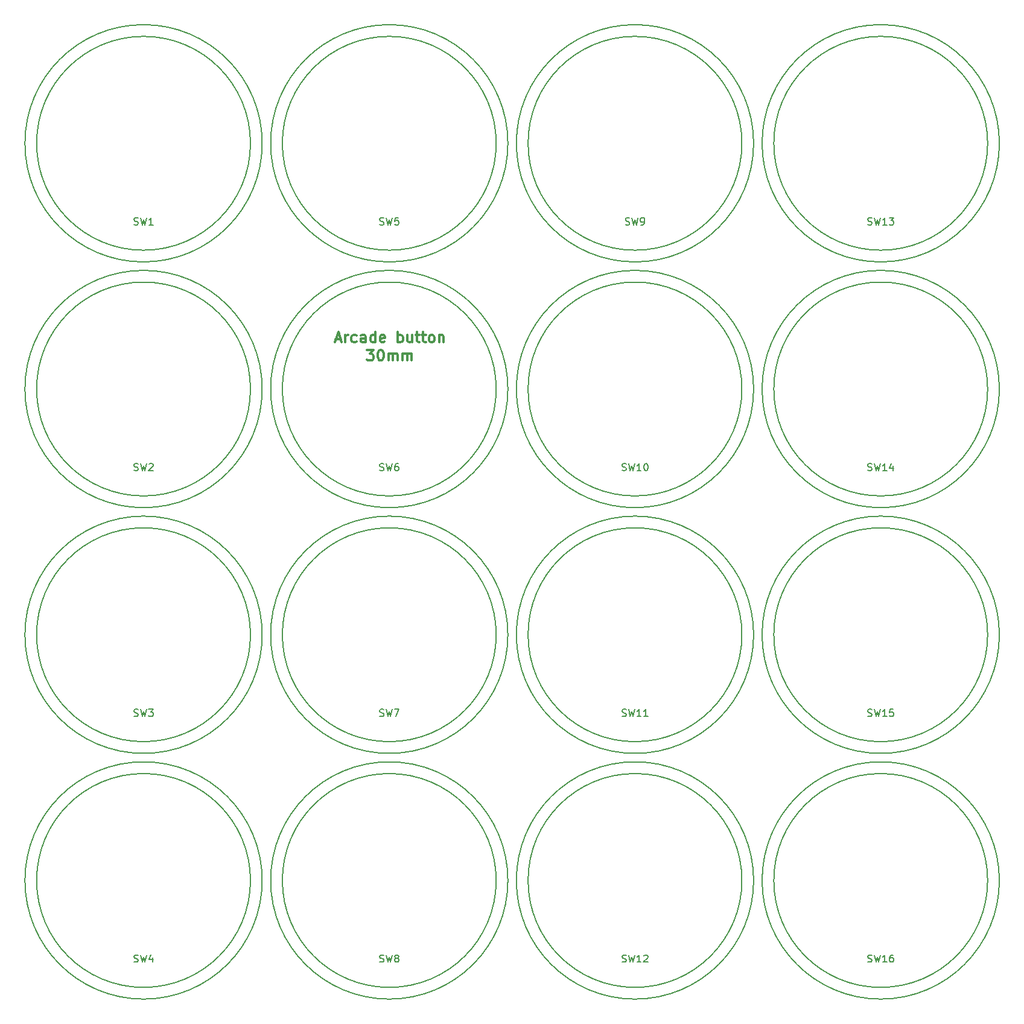
<source format=gbr>
G04 #@! TF.FileFunction,Legend,Top*
%FSLAX46Y46*%
G04 Gerber Fmt 4.6, Leading zero omitted, Abs format (unit mm)*
G04 Created by KiCad (PCBNEW 4.0.6) date Sunday, June 10, 2018 'PMt' 08:16:35 PM*
%MOMM*%
%LPD*%
G01*
G04 APERTURE LIST*
%ADD10C,0.100000*%
%ADD11C,0.300000*%
%ADD12C,0.150000*%
G04 APERTURE END LIST*
D10*
D11*
X130392857Y-61975000D02*
X131107143Y-61975000D01*
X130250000Y-62403571D02*
X130750000Y-60903571D01*
X131250000Y-62403571D01*
X131750000Y-62403571D02*
X131750000Y-61403571D01*
X131750000Y-61689286D02*
X131821428Y-61546429D01*
X131892857Y-61475000D01*
X132035714Y-61403571D01*
X132178571Y-61403571D01*
X133321428Y-62332143D02*
X133178571Y-62403571D01*
X132892857Y-62403571D01*
X132749999Y-62332143D01*
X132678571Y-62260714D01*
X132607142Y-62117857D01*
X132607142Y-61689286D01*
X132678571Y-61546429D01*
X132749999Y-61475000D01*
X132892857Y-61403571D01*
X133178571Y-61403571D01*
X133321428Y-61475000D01*
X134607142Y-62403571D02*
X134607142Y-61617857D01*
X134535713Y-61475000D01*
X134392856Y-61403571D01*
X134107142Y-61403571D01*
X133964285Y-61475000D01*
X134607142Y-62332143D02*
X134464285Y-62403571D01*
X134107142Y-62403571D01*
X133964285Y-62332143D01*
X133892856Y-62189286D01*
X133892856Y-62046429D01*
X133964285Y-61903571D01*
X134107142Y-61832143D01*
X134464285Y-61832143D01*
X134607142Y-61760714D01*
X135964285Y-62403571D02*
X135964285Y-60903571D01*
X135964285Y-62332143D02*
X135821428Y-62403571D01*
X135535714Y-62403571D01*
X135392856Y-62332143D01*
X135321428Y-62260714D01*
X135249999Y-62117857D01*
X135249999Y-61689286D01*
X135321428Y-61546429D01*
X135392856Y-61475000D01*
X135535714Y-61403571D01*
X135821428Y-61403571D01*
X135964285Y-61475000D01*
X137249999Y-62332143D02*
X137107142Y-62403571D01*
X136821428Y-62403571D01*
X136678571Y-62332143D01*
X136607142Y-62189286D01*
X136607142Y-61617857D01*
X136678571Y-61475000D01*
X136821428Y-61403571D01*
X137107142Y-61403571D01*
X137249999Y-61475000D01*
X137321428Y-61617857D01*
X137321428Y-61760714D01*
X136607142Y-61903571D01*
X139107142Y-62403571D02*
X139107142Y-60903571D01*
X139107142Y-61475000D02*
X139249999Y-61403571D01*
X139535713Y-61403571D01*
X139678570Y-61475000D01*
X139749999Y-61546429D01*
X139821428Y-61689286D01*
X139821428Y-62117857D01*
X139749999Y-62260714D01*
X139678570Y-62332143D01*
X139535713Y-62403571D01*
X139249999Y-62403571D01*
X139107142Y-62332143D01*
X141107142Y-61403571D02*
X141107142Y-62403571D01*
X140464285Y-61403571D02*
X140464285Y-62189286D01*
X140535713Y-62332143D01*
X140678571Y-62403571D01*
X140892856Y-62403571D01*
X141035713Y-62332143D01*
X141107142Y-62260714D01*
X141607142Y-61403571D02*
X142178571Y-61403571D01*
X141821428Y-60903571D02*
X141821428Y-62189286D01*
X141892856Y-62332143D01*
X142035714Y-62403571D01*
X142178571Y-62403571D01*
X142464285Y-61403571D02*
X143035714Y-61403571D01*
X142678571Y-60903571D02*
X142678571Y-62189286D01*
X142749999Y-62332143D01*
X142892857Y-62403571D01*
X143035714Y-62403571D01*
X143750000Y-62403571D02*
X143607142Y-62332143D01*
X143535714Y-62260714D01*
X143464285Y-62117857D01*
X143464285Y-61689286D01*
X143535714Y-61546429D01*
X143607142Y-61475000D01*
X143750000Y-61403571D01*
X143964285Y-61403571D01*
X144107142Y-61475000D01*
X144178571Y-61546429D01*
X144250000Y-61689286D01*
X144250000Y-62117857D01*
X144178571Y-62260714D01*
X144107142Y-62332143D01*
X143964285Y-62403571D01*
X143750000Y-62403571D01*
X144892857Y-61403571D02*
X144892857Y-62403571D01*
X144892857Y-61546429D02*
X144964285Y-61475000D01*
X145107143Y-61403571D01*
X145321428Y-61403571D01*
X145464285Y-61475000D01*
X145535714Y-61617857D01*
X145535714Y-62403571D01*
X134785715Y-63453571D02*
X135714286Y-63453571D01*
X135214286Y-64025000D01*
X135428572Y-64025000D01*
X135571429Y-64096429D01*
X135642858Y-64167857D01*
X135714286Y-64310714D01*
X135714286Y-64667857D01*
X135642858Y-64810714D01*
X135571429Y-64882143D01*
X135428572Y-64953571D01*
X135000000Y-64953571D01*
X134857143Y-64882143D01*
X134785715Y-64810714D01*
X136642857Y-63453571D02*
X136785714Y-63453571D01*
X136928571Y-63525000D01*
X137000000Y-63596429D01*
X137071429Y-63739286D01*
X137142857Y-64025000D01*
X137142857Y-64382143D01*
X137071429Y-64667857D01*
X137000000Y-64810714D01*
X136928571Y-64882143D01*
X136785714Y-64953571D01*
X136642857Y-64953571D01*
X136500000Y-64882143D01*
X136428571Y-64810714D01*
X136357143Y-64667857D01*
X136285714Y-64382143D01*
X136285714Y-64025000D01*
X136357143Y-63739286D01*
X136428571Y-63596429D01*
X136500000Y-63525000D01*
X136642857Y-63453571D01*
X137785714Y-64953571D02*
X137785714Y-63953571D01*
X137785714Y-64096429D02*
X137857142Y-64025000D01*
X138000000Y-63953571D01*
X138214285Y-63953571D01*
X138357142Y-64025000D01*
X138428571Y-64167857D01*
X138428571Y-64953571D01*
X138428571Y-64167857D02*
X138500000Y-64025000D01*
X138642857Y-63953571D01*
X138857142Y-63953571D01*
X139000000Y-64025000D01*
X139071428Y-64167857D01*
X139071428Y-64953571D01*
X139785714Y-64953571D02*
X139785714Y-63953571D01*
X139785714Y-64096429D02*
X139857142Y-64025000D01*
X140000000Y-63953571D01*
X140214285Y-63953571D01*
X140357142Y-64025000D01*
X140428571Y-64167857D01*
X140428571Y-64953571D01*
X140428571Y-64167857D02*
X140500000Y-64025000D01*
X140642857Y-63953571D01*
X140857142Y-63953571D01*
X141000000Y-64025000D01*
X141071428Y-64167857D01*
X141071428Y-64953571D01*
D12*
X154555317Y-68956000D02*
G75*
G03X154555317Y-68956000I-16643317J0D01*
G01*
X152912000Y-68956000D02*
G75*
G03X152912000Y-68956000I-15000000J0D01*
G01*
X189033317Y-34478000D02*
G75*
G03X189033317Y-34478000I-16643317J0D01*
G01*
X187390000Y-34478000D02*
G75*
G03X187390000Y-34478000I-15000000J0D01*
G01*
X120077317Y-34478000D02*
G75*
G03X120077317Y-34478000I-16643317J0D01*
G01*
X118434000Y-34478000D02*
G75*
G03X118434000Y-34478000I-15000000J0D01*
G01*
X120077317Y-68956000D02*
G75*
G03X120077317Y-68956000I-16643317J0D01*
G01*
X118434000Y-68956000D02*
G75*
G03X118434000Y-68956000I-15000000J0D01*
G01*
X120077317Y-103434000D02*
G75*
G03X120077317Y-103434000I-16643317J0D01*
G01*
X118434000Y-103434000D02*
G75*
G03X118434000Y-103434000I-15000000J0D01*
G01*
X120077317Y-137912000D02*
G75*
G03X120077317Y-137912000I-16643317J0D01*
G01*
X118434000Y-137912000D02*
G75*
G03X118434000Y-137912000I-15000000J0D01*
G01*
X154555317Y-34478000D02*
G75*
G03X154555317Y-34478000I-16643317J0D01*
G01*
X152912000Y-34478000D02*
G75*
G03X152912000Y-34478000I-15000000J0D01*
G01*
X154555317Y-103434000D02*
G75*
G03X154555317Y-103434000I-16643317J0D01*
G01*
X152912000Y-103434000D02*
G75*
G03X152912000Y-103434000I-15000000J0D01*
G01*
X154555317Y-137912000D02*
G75*
G03X154555317Y-137912000I-16643317J0D01*
G01*
X152912000Y-137912000D02*
G75*
G03X152912000Y-137912000I-15000000J0D01*
G01*
X189033317Y-68956000D02*
G75*
G03X189033317Y-68956000I-16643317J0D01*
G01*
X187390000Y-68956000D02*
G75*
G03X187390000Y-68956000I-15000000J0D01*
G01*
X189033317Y-103434000D02*
G75*
G03X189033317Y-103434000I-16643317J0D01*
G01*
X187390000Y-103434000D02*
G75*
G03X187390000Y-103434000I-15000000J0D01*
G01*
X189033317Y-137912000D02*
G75*
G03X189033317Y-137912000I-16643317J0D01*
G01*
X187390000Y-137912000D02*
G75*
G03X187390000Y-137912000I-15000000J0D01*
G01*
X223511317Y-34478000D02*
G75*
G03X223511317Y-34478000I-16643317J0D01*
G01*
X221868000Y-34478000D02*
G75*
G03X221868000Y-34478000I-15000000J0D01*
G01*
X223511317Y-68956000D02*
G75*
G03X223511317Y-68956000I-16643317J0D01*
G01*
X221868000Y-68956000D02*
G75*
G03X221868000Y-68956000I-15000000J0D01*
G01*
X223511317Y-103434000D02*
G75*
G03X223511317Y-103434000I-16643317J0D01*
G01*
X221868000Y-103434000D02*
G75*
G03X221868000Y-103434000I-15000000J0D01*
G01*
X223511317Y-137912000D02*
G75*
G03X223511317Y-137912000I-16643317J0D01*
G01*
X221868000Y-137912000D02*
G75*
G03X221868000Y-137912000I-15000000J0D01*
G01*
X136578667Y-80360762D02*
X136721524Y-80408381D01*
X136959620Y-80408381D01*
X137054858Y-80360762D01*
X137102477Y-80313143D01*
X137150096Y-80217905D01*
X137150096Y-80122667D01*
X137102477Y-80027429D01*
X137054858Y-79979810D01*
X136959620Y-79932190D01*
X136769143Y-79884571D01*
X136673905Y-79836952D01*
X136626286Y-79789333D01*
X136578667Y-79694095D01*
X136578667Y-79598857D01*
X136626286Y-79503619D01*
X136673905Y-79456000D01*
X136769143Y-79408381D01*
X137007239Y-79408381D01*
X137150096Y-79456000D01*
X137483429Y-79408381D02*
X137721524Y-80408381D01*
X137912001Y-79694095D01*
X138102477Y-80408381D01*
X138340572Y-79408381D01*
X139150096Y-79408381D02*
X138959619Y-79408381D01*
X138864381Y-79456000D01*
X138816762Y-79503619D01*
X138721524Y-79646476D01*
X138673905Y-79836952D01*
X138673905Y-80217905D01*
X138721524Y-80313143D01*
X138769143Y-80360762D01*
X138864381Y-80408381D01*
X139054858Y-80408381D01*
X139150096Y-80360762D01*
X139197715Y-80313143D01*
X139245334Y-80217905D01*
X139245334Y-79979810D01*
X139197715Y-79884571D01*
X139150096Y-79836952D01*
X139054858Y-79789333D01*
X138864381Y-79789333D01*
X138769143Y-79836952D01*
X138721524Y-79884571D01*
X138673905Y-79979810D01*
X171056667Y-45882762D02*
X171199524Y-45930381D01*
X171437620Y-45930381D01*
X171532858Y-45882762D01*
X171580477Y-45835143D01*
X171628096Y-45739905D01*
X171628096Y-45644667D01*
X171580477Y-45549429D01*
X171532858Y-45501810D01*
X171437620Y-45454190D01*
X171247143Y-45406571D01*
X171151905Y-45358952D01*
X171104286Y-45311333D01*
X171056667Y-45216095D01*
X171056667Y-45120857D01*
X171104286Y-45025619D01*
X171151905Y-44978000D01*
X171247143Y-44930381D01*
X171485239Y-44930381D01*
X171628096Y-44978000D01*
X171961429Y-44930381D02*
X172199524Y-45930381D01*
X172390001Y-45216095D01*
X172580477Y-45930381D01*
X172818572Y-44930381D01*
X173247143Y-45930381D02*
X173437619Y-45930381D01*
X173532858Y-45882762D01*
X173580477Y-45835143D01*
X173675715Y-45692286D01*
X173723334Y-45501810D01*
X173723334Y-45120857D01*
X173675715Y-45025619D01*
X173628096Y-44978000D01*
X173532858Y-44930381D01*
X173342381Y-44930381D01*
X173247143Y-44978000D01*
X173199524Y-45025619D01*
X173151905Y-45120857D01*
X173151905Y-45358952D01*
X173199524Y-45454190D01*
X173247143Y-45501810D01*
X173342381Y-45549429D01*
X173532858Y-45549429D01*
X173628096Y-45501810D01*
X173675715Y-45454190D01*
X173723334Y-45358952D01*
X102100667Y-45882762D02*
X102243524Y-45930381D01*
X102481620Y-45930381D01*
X102576858Y-45882762D01*
X102624477Y-45835143D01*
X102672096Y-45739905D01*
X102672096Y-45644667D01*
X102624477Y-45549429D01*
X102576858Y-45501810D01*
X102481620Y-45454190D01*
X102291143Y-45406571D01*
X102195905Y-45358952D01*
X102148286Y-45311333D01*
X102100667Y-45216095D01*
X102100667Y-45120857D01*
X102148286Y-45025619D01*
X102195905Y-44978000D01*
X102291143Y-44930381D01*
X102529239Y-44930381D01*
X102672096Y-44978000D01*
X103005429Y-44930381D02*
X103243524Y-45930381D01*
X103434001Y-45216095D01*
X103624477Y-45930381D01*
X103862572Y-44930381D01*
X104767334Y-45930381D02*
X104195905Y-45930381D01*
X104481619Y-45930381D02*
X104481619Y-44930381D01*
X104386381Y-45073238D01*
X104291143Y-45168476D01*
X104195905Y-45216095D01*
X102100667Y-80360762D02*
X102243524Y-80408381D01*
X102481620Y-80408381D01*
X102576858Y-80360762D01*
X102624477Y-80313143D01*
X102672096Y-80217905D01*
X102672096Y-80122667D01*
X102624477Y-80027429D01*
X102576858Y-79979810D01*
X102481620Y-79932190D01*
X102291143Y-79884571D01*
X102195905Y-79836952D01*
X102148286Y-79789333D01*
X102100667Y-79694095D01*
X102100667Y-79598857D01*
X102148286Y-79503619D01*
X102195905Y-79456000D01*
X102291143Y-79408381D01*
X102529239Y-79408381D01*
X102672096Y-79456000D01*
X103005429Y-79408381D02*
X103243524Y-80408381D01*
X103434001Y-79694095D01*
X103624477Y-80408381D01*
X103862572Y-79408381D01*
X104195905Y-79503619D02*
X104243524Y-79456000D01*
X104338762Y-79408381D01*
X104576858Y-79408381D01*
X104672096Y-79456000D01*
X104719715Y-79503619D01*
X104767334Y-79598857D01*
X104767334Y-79694095D01*
X104719715Y-79836952D01*
X104148286Y-80408381D01*
X104767334Y-80408381D01*
X102100667Y-114838762D02*
X102243524Y-114886381D01*
X102481620Y-114886381D01*
X102576858Y-114838762D01*
X102624477Y-114791143D01*
X102672096Y-114695905D01*
X102672096Y-114600667D01*
X102624477Y-114505429D01*
X102576858Y-114457810D01*
X102481620Y-114410190D01*
X102291143Y-114362571D01*
X102195905Y-114314952D01*
X102148286Y-114267333D01*
X102100667Y-114172095D01*
X102100667Y-114076857D01*
X102148286Y-113981619D01*
X102195905Y-113934000D01*
X102291143Y-113886381D01*
X102529239Y-113886381D01*
X102672096Y-113934000D01*
X103005429Y-113886381D02*
X103243524Y-114886381D01*
X103434001Y-114172095D01*
X103624477Y-114886381D01*
X103862572Y-113886381D01*
X104148286Y-113886381D02*
X104767334Y-113886381D01*
X104434000Y-114267333D01*
X104576858Y-114267333D01*
X104672096Y-114314952D01*
X104719715Y-114362571D01*
X104767334Y-114457810D01*
X104767334Y-114695905D01*
X104719715Y-114791143D01*
X104672096Y-114838762D01*
X104576858Y-114886381D01*
X104291143Y-114886381D01*
X104195905Y-114838762D01*
X104148286Y-114791143D01*
X102100667Y-149316762D02*
X102243524Y-149364381D01*
X102481620Y-149364381D01*
X102576858Y-149316762D01*
X102624477Y-149269143D01*
X102672096Y-149173905D01*
X102672096Y-149078667D01*
X102624477Y-148983429D01*
X102576858Y-148935810D01*
X102481620Y-148888190D01*
X102291143Y-148840571D01*
X102195905Y-148792952D01*
X102148286Y-148745333D01*
X102100667Y-148650095D01*
X102100667Y-148554857D01*
X102148286Y-148459619D01*
X102195905Y-148412000D01*
X102291143Y-148364381D01*
X102529239Y-148364381D01*
X102672096Y-148412000D01*
X103005429Y-148364381D02*
X103243524Y-149364381D01*
X103434001Y-148650095D01*
X103624477Y-149364381D01*
X103862572Y-148364381D01*
X104672096Y-148697714D02*
X104672096Y-149364381D01*
X104434000Y-148316762D02*
X104195905Y-149031048D01*
X104814953Y-149031048D01*
X136578667Y-45882762D02*
X136721524Y-45930381D01*
X136959620Y-45930381D01*
X137054858Y-45882762D01*
X137102477Y-45835143D01*
X137150096Y-45739905D01*
X137150096Y-45644667D01*
X137102477Y-45549429D01*
X137054858Y-45501810D01*
X136959620Y-45454190D01*
X136769143Y-45406571D01*
X136673905Y-45358952D01*
X136626286Y-45311333D01*
X136578667Y-45216095D01*
X136578667Y-45120857D01*
X136626286Y-45025619D01*
X136673905Y-44978000D01*
X136769143Y-44930381D01*
X137007239Y-44930381D01*
X137150096Y-44978000D01*
X137483429Y-44930381D02*
X137721524Y-45930381D01*
X137912001Y-45216095D01*
X138102477Y-45930381D01*
X138340572Y-44930381D01*
X139197715Y-44930381D02*
X138721524Y-44930381D01*
X138673905Y-45406571D01*
X138721524Y-45358952D01*
X138816762Y-45311333D01*
X139054858Y-45311333D01*
X139150096Y-45358952D01*
X139197715Y-45406571D01*
X139245334Y-45501810D01*
X139245334Y-45739905D01*
X139197715Y-45835143D01*
X139150096Y-45882762D01*
X139054858Y-45930381D01*
X138816762Y-45930381D01*
X138721524Y-45882762D01*
X138673905Y-45835143D01*
X136578667Y-114838762D02*
X136721524Y-114886381D01*
X136959620Y-114886381D01*
X137054858Y-114838762D01*
X137102477Y-114791143D01*
X137150096Y-114695905D01*
X137150096Y-114600667D01*
X137102477Y-114505429D01*
X137054858Y-114457810D01*
X136959620Y-114410190D01*
X136769143Y-114362571D01*
X136673905Y-114314952D01*
X136626286Y-114267333D01*
X136578667Y-114172095D01*
X136578667Y-114076857D01*
X136626286Y-113981619D01*
X136673905Y-113934000D01*
X136769143Y-113886381D01*
X137007239Y-113886381D01*
X137150096Y-113934000D01*
X137483429Y-113886381D02*
X137721524Y-114886381D01*
X137912001Y-114172095D01*
X138102477Y-114886381D01*
X138340572Y-113886381D01*
X138626286Y-113886381D02*
X139292953Y-113886381D01*
X138864381Y-114886381D01*
X136578667Y-149316762D02*
X136721524Y-149364381D01*
X136959620Y-149364381D01*
X137054858Y-149316762D01*
X137102477Y-149269143D01*
X137150096Y-149173905D01*
X137150096Y-149078667D01*
X137102477Y-148983429D01*
X137054858Y-148935810D01*
X136959620Y-148888190D01*
X136769143Y-148840571D01*
X136673905Y-148792952D01*
X136626286Y-148745333D01*
X136578667Y-148650095D01*
X136578667Y-148554857D01*
X136626286Y-148459619D01*
X136673905Y-148412000D01*
X136769143Y-148364381D01*
X137007239Y-148364381D01*
X137150096Y-148412000D01*
X137483429Y-148364381D02*
X137721524Y-149364381D01*
X137912001Y-148650095D01*
X138102477Y-149364381D01*
X138340572Y-148364381D01*
X138864381Y-148792952D02*
X138769143Y-148745333D01*
X138721524Y-148697714D01*
X138673905Y-148602476D01*
X138673905Y-148554857D01*
X138721524Y-148459619D01*
X138769143Y-148412000D01*
X138864381Y-148364381D01*
X139054858Y-148364381D01*
X139150096Y-148412000D01*
X139197715Y-148459619D01*
X139245334Y-148554857D01*
X139245334Y-148602476D01*
X139197715Y-148697714D01*
X139150096Y-148745333D01*
X139054858Y-148792952D01*
X138864381Y-148792952D01*
X138769143Y-148840571D01*
X138721524Y-148888190D01*
X138673905Y-148983429D01*
X138673905Y-149173905D01*
X138721524Y-149269143D01*
X138769143Y-149316762D01*
X138864381Y-149364381D01*
X139054858Y-149364381D01*
X139150096Y-149316762D01*
X139197715Y-149269143D01*
X139245334Y-149173905D01*
X139245334Y-148983429D01*
X139197715Y-148888190D01*
X139150096Y-148840571D01*
X139054858Y-148792952D01*
X170580476Y-80360762D02*
X170723333Y-80408381D01*
X170961429Y-80408381D01*
X171056667Y-80360762D01*
X171104286Y-80313143D01*
X171151905Y-80217905D01*
X171151905Y-80122667D01*
X171104286Y-80027429D01*
X171056667Y-79979810D01*
X170961429Y-79932190D01*
X170770952Y-79884571D01*
X170675714Y-79836952D01*
X170628095Y-79789333D01*
X170580476Y-79694095D01*
X170580476Y-79598857D01*
X170628095Y-79503619D01*
X170675714Y-79456000D01*
X170770952Y-79408381D01*
X171009048Y-79408381D01*
X171151905Y-79456000D01*
X171485238Y-79408381D02*
X171723333Y-80408381D01*
X171913810Y-79694095D01*
X172104286Y-80408381D01*
X172342381Y-79408381D01*
X173247143Y-80408381D02*
X172675714Y-80408381D01*
X172961428Y-80408381D02*
X172961428Y-79408381D01*
X172866190Y-79551238D01*
X172770952Y-79646476D01*
X172675714Y-79694095D01*
X173866190Y-79408381D02*
X173961429Y-79408381D01*
X174056667Y-79456000D01*
X174104286Y-79503619D01*
X174151905Y-79598857D01*
X174199524Y-79789333D01*
X174199524Y-80027429D01*
X174151905Y-80217905D01*
X174104286Y-80313143D01*
X174056667Y-80360762D01*
X173961429Y-80408381D01*
X173866190Y-80408381D01*
X173770952Y-80360762D01*
X173723333Y-80313143D01*
X173675714Y-80217905D01*
X173628095Y-80027429D01*
X173628095Y-79789333D01*
X173675714Y-79598857D01*
X173723333Y-79503619D01*
X173770952Y-79456000D01*
X173866190Y-79408381D01*
X170580476Y-114838762D02*
X170723333Y-114886381D01*
X170961429Y-114886381D01*
X171056667Y-114838762D01*
X171104286Y-114791143D01*
X171151905Y-114695905D01*
X171151905Y-114600667D01*
X171104286Y-114505429D01*
X171056667Y-114457810D01*
X170961429Y-114410190D01*
X170770952Y-114362571D01*
X170675714Y-114314952D01*
X170628095Y-114267333D01*
X170580476Y-114172095D01*
X170580476Y-114076857D01*
X170628095Y-113981619D01*
X170675714Y-113934000D01*
X170770952Y-113886381D01*
X171009048Y-113886381D01*
X171151905Y-113934000D01*
X171485238Y-113886381D02*
X171723333Y-114886381D01*
X171913810Y-114172095D01*
X172104286Y-114886381D01*
X172342381Y-113886381D01*
X173247143Y-114886381D02*
X172675714Y-114886381D01*
X172961428Y-114886381D02*
X172961428Y-113886381D01*
X172866190Y-114029238D01*
X172770952Y-114124476D01*
X172675714Y-114172095D01*
X174199524Y-114886381D02*
X173628095Y-114886381D01*
X173913809Y-114886381D02*
X173913809Y-113886381D01*
X173818571Y-114029238D01*
X173723333Y-114124476D01*
X173628095Y-114172095D01*
X170580476Y-149316762D02*
X170723333Y-149364381D01*
X170961429Y-149364381D01*
X171056667Y-149316762D01*
X171104286Y-149269143D01*
X171151905Y-149173905D01*
X171151905Y-149078667D01*
X171104286Y-148983429D01*
X171056667Y-148935810D01*
X170961429Y-148888190D01*
X170770952Y-148840571D01*
X170675714Y-148792952D01*
X170628095Y-148745333D01*
X170580476Y-148650095D01*
X170580476Y-148554857D01*
X170628095Y-148459619D01*
X170675714Y-148412000D01*
X170770952Y-148364381D01*
X171009048Y-148364381D01*
X171151905Y-148412000D01*
X171485238Y-148364381D02*
X171723333Y-149364381D01*
X171913810Y-148650095D01*
X172104286Y-149364381D01*
X172342381Y-148364381D01*
X173247143Y-149364381D02*
X172675714Y-149364381D01*
X172961428Y-149364381D02*
X172961428Y-148364381D01*
X172866190Y-148507238D01*
X172770952Y-148602476D01*
X172675714Y-148650095D01*
X173628095Y-148459619D02*
X173675714Y-148412000D01*
X173770952Y-148364381D01*
X174009048Y-148364381D01*
X174104286Y-148412000D01*
X174151905Y-148459619D01*
X174199524Y-148554857D01*
X174199524Y-148650095D01*
X174151905Y-148792952D01*
X173580476Y-149364381D01*
X174199524Y-149364381D01*
X205058476Y-45882762D02*
X205201333Y-45930381D01*
X205439429Y-45930381D01*
X205534667Y-45882762D01*
X205582286Y-45835143D01*
X205629905Y-45739905D01*
X205629905Y-45644667D01*
X205582286Y-45549429D01*
X205534667Y-45501810D01*
X205439429Y-45454190D01*
X205248952Y-45406571D01*
X205153714Y-45358952D01*
X205106095Y-45311333D01*
X205058476Y-45216095D01*
X205058476Y-45120857D01*
X205106095Y-45025619D01*
X205153714Y-44978000D01*
X205248952Y-44930381D01*
X205487048Y-44930381D01*
X205629905Y-44978000D01*
X205963238Y-44930381D02*
X206201333Y-45930381D01*
X206391810Y-45216095D01*
X206582286Y-45930381D01*
X206820381Y-44930381D01*
X207725143Y-45930381D02*
X207153714Y-45930381D01*
X207439428Y-45930381D02*
X207439428Y-44930381D01*
X207344190Y-45073238D01*
X207248952Y-45168476D01*
X207153714Y-45216095D01*
X208058476Y-44930381D02*
X208677524Y-44930381D01*
X208344190Y-45311333D01*
X208487048Y-45311333D01*
X208582286Y-45358952D01*
X208629905Y-45406571D01*
X208677524Y-45501810D01*
X208677524Y-45739905D01*
X208629905Y-45835143D01*
X208582286Y-45882762D01*
X208487048Y-45930381D01*
X208201333Y-45930381D01*
X208106095Y-45882762D01*
X208058476Y-45835143D01*
X205058476Y-80360762D02*
X205201333Y-80408381D01*
X205439429Y-80408381D01*
X205534667Y-80360762D01*
X205582286Y-80313143D01*
X205629905Y-80217905D01*
X205629905Y-80122667D01*
X205582286Y-80027429D01*
X205534667Y-79979810D01*
X205439429Y-79932190D01*
X205248952Y-79884571D01*
X205153714Y-79836952D01*
X205106095Y-79789333D01*
X205058476Y-79694095D01*
X205058476Y-79598857D01*
X205106095Y-79503619D01*
X205153714Y-79456000D01*
X205248952Y-79408381D01*
X205487048Y-79408381D01*
X205629905Y-79456000D01*
X205963238Y-79408381D02*
X206201333Y-80408381D01*
X206391810Y-79694095D01*
X206582286Y-80408381D01*
X206820381Y-79408381D01*
X207725143Y-80408381D02*
X207153714Y-80408381D01*
X207439428Y-80408381D02*
X207439428Y-79408381D01*
X207344190Y-79551238D01*
X207248952Y-79646476D01*
X207153714Y-79694095D01*
X208582286Y-79741714D02*
X208582286Y-80408381D01*
X208344190Y-79360762D02*
X208106095Y-80075048D01*
X208725143Y-80075048D01*
X205058476Y-114838762D02*
X205201333Y-114886381D01*
X205439429Y-114886381D01*
X205534667Y-114838762D01*
X205582286Y-114791143D01*
X205629905Y-114695905D01*
X205629905Y-114600667D01*
X205582286Y-114505429D01*
X205534667Y-114457810D01*
X205439429Y-114410190D01*
X205248952Y-114362571D01*
X205153714Y-114314952D01*
X205106095Y-114267333D01*
X205058476Y-114172095D01*
X205058476Y-114076857D01*
X205106095Y-113981619D01*
X205153714Y-113934000D01*
X205248952Y-113886381D01*
X205487048Y-113886381D01*
X205629905Y-113934000D01*
X205963238Y-113886381D02*
X206201333Y-114886381D01*
X206391810Y-114172095D01*
X206582286Y-114886381D01*
X206820381Y-113886381D01*
X207725143Y-114886381D02*
X207153714Y-114886381D01*
X207439428Y-114886381D02*
X207439428Y-113886381D01*
X207344190Y-114029238D01*
X207248952Y-114124476D01*
X207153714Y-114172095D01*
X208629905Y-113886381D02*
X208153714Y-113886381D01*
X208106095Y-114362571D01*
X208153714Y-114314952D01*
X208248952Y-114267333D01*
X208487048Y-114267333D01*
X208582286Y-114314952D01*
X208629905Y-114362571D01*
X208677524Y-114457810D01*
X208677524Y-114695905D01*
X208629905Y-114791143D01*
X208582286Y-114838762D01*
X208487048Y-114886381D01*
X208248952Y-114886381D01*
X208153714Y-114838762D01*
X208106095Y-114791143D01*
X205058476Y-149316762D02*
X205201333Y-149364381D01*
X205439429Y-149364381D01*
X205534667Y-149316762D01*
X205582286Y-149269143D01*
X205629905Y-149173905D01*
X205629905Y-149078667D01*
X205582286Y-148983429D01*
X205534667Y-148935810D01*
X205439429Y-148888190D01*
X205248952Y-148840571D01*
X205153714Y-148792952D01*
X205106095Y-148745333D01*
X205058476Y-148650095D01*
X205058476Y-148554857D01*
X205106095Y-148459619D01*
X205153714Y-148412000D01*
X205248952Y-148364381D01*
X205487048Y-148364381D01*
X205629905Y-148412000D01*
X205963238Y-148364381D02*
X206201333Y-149364381D01*
X206391810Y-148650095D01*
X206582286Y-149364381D01*
X206820381Y-148364381D01*
X207725143Y-149364381D02*
X207153714Y-149364381D01*
X207439428Y-149364381D02*
X207439428Y-148364381D01*
X207344190Y-148507238D01*
X207248952Y-148602476D01*
X207153714Y-148650095D01*
X208582286Y-148364381D02*
X208391809Y-148364381D01*
X208296571Y-148412000D01*
X208248952Y-148459619D01*
X208153714Y-148602476D01*
X208106095Y-148792952D01*
X208106095Y-149173905D01*
X208153714Y-149269143D01*
X208201333Y-149316762D01*
X208296571Y-149364381D01*
X208487048Y-149364381D01*
X208582286Y-149316762D01*
X208629905Y-149269143D01*
X208677524Y-149173905D01*
X208677524Y-148935810D01*
X208629905Y-148840571D01*
X208582286Y-148792952D01*
X208487048Y-148745333D01*
X208296571Y-148745333D01*
X208201333Y-148792952D01*
X208153714Y-148840571D01*
X208106095Y-148935810D01*
M02*

</source>
